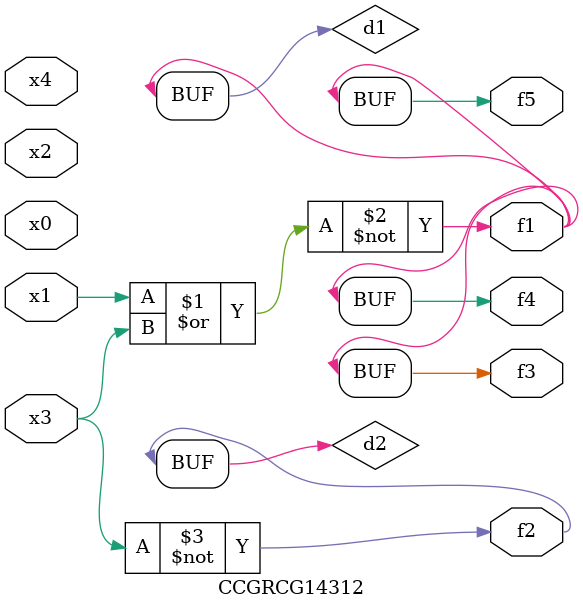
<source format=v>
module CCGRCG14312(
	input x0, x1, x2, x3, x4,
	output f1, f2, f3, f4, f5
);

	wire d1, d2;

	nor (d1, x1, x3);
	not (d2, x3);
	assign f1 = d1;
	assign f2 = d2;
	assign f3 = d1;
	assign f4 = d1;
	assign f5 = d1;
endmodule

</source>
